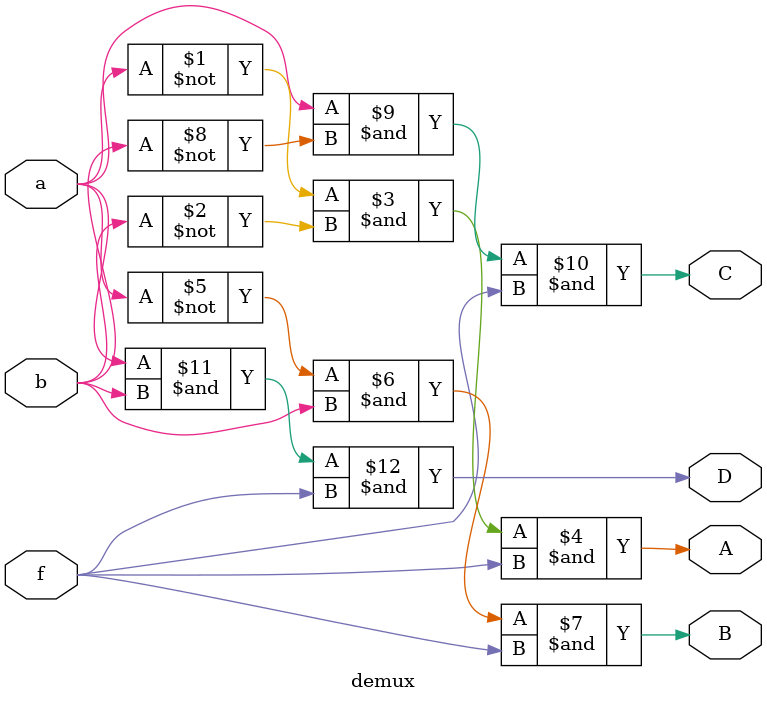
<source format=v>
`timescale 1ns / 1ps


module demux(a, b, f, A, B, C, D);
   
   input a, b, f;
   
   output A, B, C, D;
   
   assign A=(~a)&(~b)&(f);
   assign B=(~a)&(b)&(f);
   assign C=(a)&(~b)&(f);
   assign D=(a)&(b)&(f);
   
endmodule

</source>
